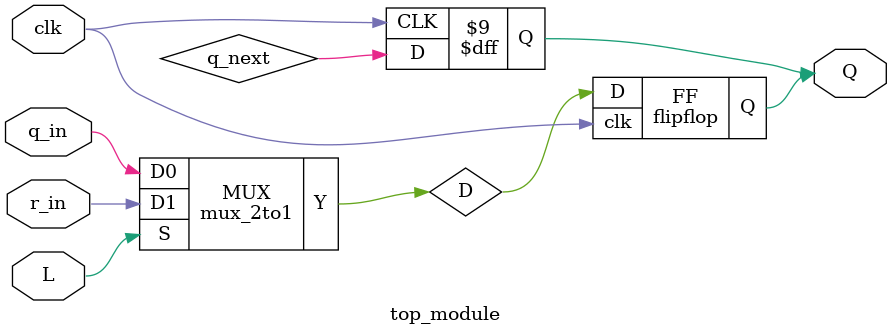
<source format=sv>
module flipflop (
    input clk,
    input D,
    output reg Q
);

always @(posedge clk) begin
    Q <= D;
end

endmodule
module mux_2to1 (
    input S,
    input D0,
    input D1,
    output reg Y
);

always @(S or D0 or D1) begin
    if (S == 0)
        Y <= D0;
    else
        Y <= D1;
end

endmodule
module top_module(
    input clk,
    input L,
    input q_in,
    input r_in,
    output reg Q
);

wire D;
wire q_next;

flipflop FF (
    .clk(clk),
    .D(D),
    .Q(Q)
);

mux_2to1 MUX (
    .S(L),
    .D0(q_in),
    .D1(r_in),
    .Y(D)
);

always @(posedge clk) begin
    Q <= q_next;
end

endmodule

</source>
